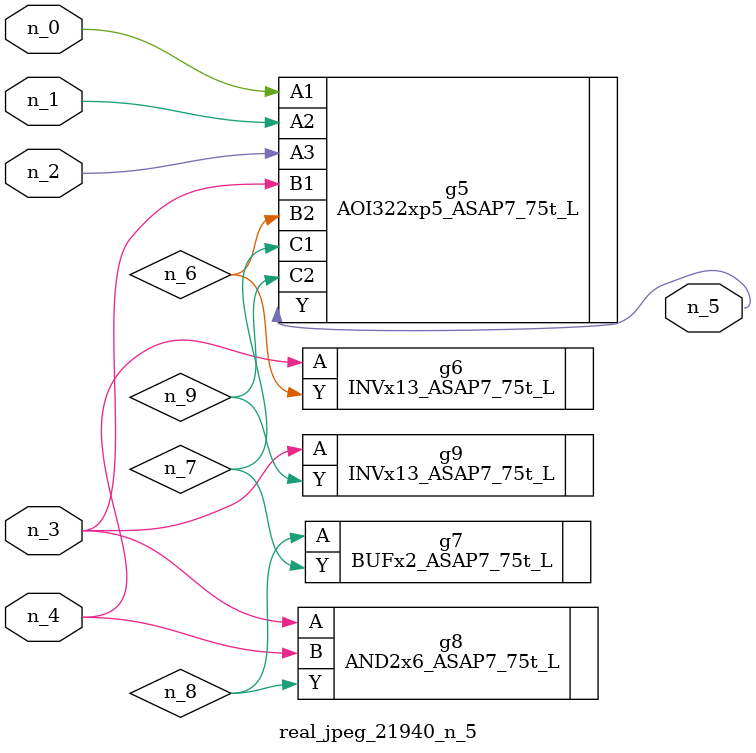
<source format=v>
module real_jpeg_21940_n_5 (n_4, n_0, n_1, n_2, n_3, n_5);

input n_4;
input n_0;
input n_1;
input n_2;
input n_3;

output n_5;

wire n_8;
wire n_6;
wire n_7;
wire n_9;

AOI322xp5_ASAP7_75t_L g5 ( 
.A1(n_0),
.A2(n_1),
.A3(n_2),
.B1(n_3),
.B2(n_6),
.C1(n_7),
.C2(n_9),
.Y(n_5)
);

AND2x6_ASAP7_75t_L g8 ( 
.A(n_3),
.B(n_4),
.Y(n_8)
);

INVx13_ASAP7_75t_L g9 ( 
.A(n_3),
.Y(n_9)
);

INVx13_ASAP7_75t_L g6 ( 
.A(n_4),
.Y(n_6)
);

BUFx2_ASAP7_75t_L g7 ( 
.A(n_8),
.Y(n_7)
);


endmodule
</source>
